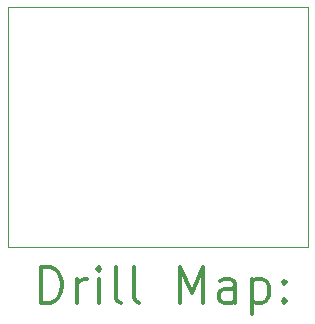
<source format=gbr>
%FSLAX45Y45*%
G04 Gerber Fmt 4.5, Leading zero omitted, Abs format (unit mm)*
G04 Created by KiCad (PCBNEW 5.1.6-c6e7f7d~87~ubuntu20.04.1) date 2020-09-28 16:53:08*
%MOMM*%
%LPD*%
G01*
G04 APERTURE LIST*
%TA.AperFunction,Profile*%
%ADD10C,0.050000*%
%TD*%
%ADD11C,0.200000*%
%ADD12C,0.300000*%
G04 APERTURE END LIST*
D10*
X8509000Y-3937000D02*
X5969000Y-3937000D01*
X8509000Y-5969000D02*
X8509000Y-3937000D01*
X5969000Y-5969000D02*
X8509000Y-5969000D01*
X5969000Y-3937000D02*
X5969000Y-5969000D01*
D11*
D12*
X6252928Y-6437214D02*
X6252928Y-6137214D01*
X6324357Y-6137214D01*
X6367214Y-6151500D01*
X6395786Y-6180071D01*
X6410071Y-6208643D01*
X6424357Y-6265786D01*
X6424357Y-6308643D01*
X6410071Y-6365786D01*
X6395786Y-6394357D01*
X6367214Y-6422929D01*
X6324357Y-6437214D01*
X6252928Y-6437214D01*
X6552928Y-6437214D02*
X6552928Y-6237214D01*
X6552928Y-6294357D02*
X6567214Y-6265786D01*
X6581500Y-6251500D01*
X6610071Y-6237214D01*
X6638643Y-6237214D01*
X6738643Y-6437214D02*
X6738643Y-6237214D01*
X6738643Y-6137214D02*
X6724357Y-6151500D01*
X6738643Y-6165786D01*
X6752928Y-6151500D01*
X6738643Y-6137214D01*
X6738643Y-6165786D01*
X6924357Y-6437214D02*
X6895786Y-6422929D01*
X6881500Y-6394357D01*
X6881500Y-6137214D01*
X7081500Y-6437214D02*
X7052928Y-6422929D01*
X7038643Y-6394357D01*
X7038643Y-6137214D01*
X7424357Y-6437214D02*
X7424357Y-6137214D01*
X7524357Y-6351500D01*
X7624357Y-6137214D01*
X7624357Y-6437214D01*
X7895786Y-6437214D02*
X7895786Y-6280071D01*
X7881500Y-6251500D01*
X7852928Y-6237214D01*
X7795786Y-6237214D01*
X7767214Y-6251500D01*
X7895786Y-6422929D02*
X7867214Y-6437214D01*
X7795786Y-6437214D01*
X7767214Y-6422929D01*
X7752928Y-6394357D01*
X7752928Y-6365786D01*
X7767214Y-6337214D01*
X7795786Y-6322929D01*
X7867214Y-6322929D01*
X7895786Y-6308643D01*
X8038643Y-6237214D02*
X8038643Y-6537214D01*
X8038643Y-6251500D02*
X8067214Y-6237214D01*
X8124357Y-6237214D01*
X8152928Y-6251500D01*
X8167214Y-6265786D01*
X8181500Y-6294357D01*
X8181500Y-6380071D01*
X8167214Y-6408643D01*
X8152928Y-6422929D01*
X8124357Y-6437214D01*
X8067214Y-6437214D01*
X8038643Y-6422929D01*
X8310071Y-6408643D02*
X8324357Y-6422929D01*
X8310071Y-6437214D01*
X8295786Y-6422929D01*
X8310071Y-6408643D01*
X8310071Y-6437214D01*
X8310071Y-6251500D02*
X8324357Y-6265786D01*
X8310071Y-6280071D01*
X8295786Y-6265786D01*
X8310071Y-6251500D01*
X8310071Y-6280071D01*
M02*

</source>
